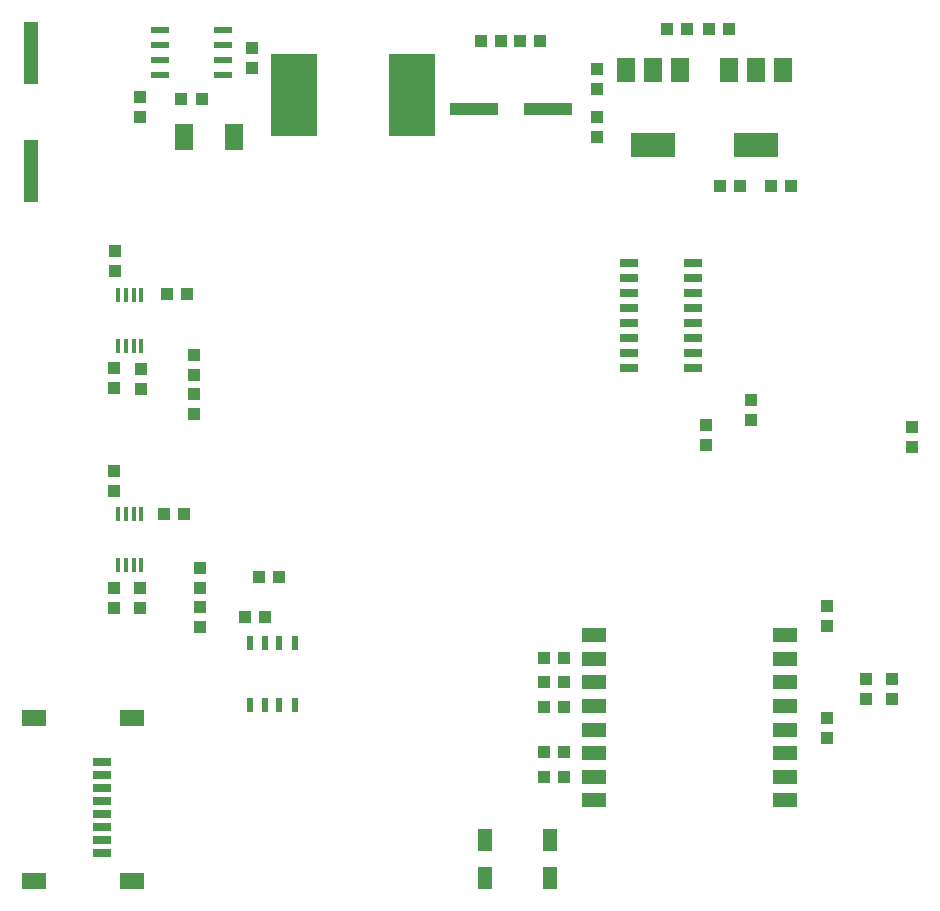
<source format=gtp>
G75*
%MOIN*%
%OFA0B0*%
%FSLAX25Y25*%
%IPPOS*%
%LPD*%
%AMOC8*
5,1,8,0,0,1.08239X$1,22.5*
%
%ADD10R,0.01575X0.04724*%
%ADD11R,0.03937X0.04331*%
%ADD12R,0.04331X0.03937*%
%ADD13R,0.05900X0.07900*%
%ADD14R,0.15000X0.07900*%
%ADD15R,0.16000X0.04300*%
%ADD16R,0.07874X0.04724*%
%ADD17R,0.04700X0.21100*%
%ADD18R,0.06000X0.02500*%
%ADD19R,0.05118X0.07480*%
%ADD20R,0.02362X0.05118*%
%ADD21R,0.07874X0.05709*%
%ADD22R,0.05906X0.03150*%
%ADD23R,0.06300X0.02100*%
%ADD24R,0.06378X0.08583*%
%ADD25R,0.15748X0.27559*%
D10*
X0142416Y0169114D03*
X0144975Y0169114D03*
X0147534Y0169114D03*
X0150093Y0169114D03*
X0150093Y0186096D03*
X0147534Y0186096D03*
X0144975Y0186096D03*
X0142416Y0186096D03*
X0142409Y0242107D03*
X0144968Y0242107D03*
X0147528Y0242107D03*
X0150087Y0242107D03*
X0150087Y0259089D03*
X0147528Y0259089D03*
X0144968Y0259089D03*
X0142409Y0259089D03*
D11*
X0141299Y0267098D03*
X0141299Y0273791D03*
X0158821Y0259185D03*
X0165514Y0259185D03*
X0150098Y0234480D03*
X0150098Y0227787D03*
X0141133Y0227841D03*
X0141133Y0234534D03*
X0141127Y0200378D03*
X0141127Y0193685D03*
X0157800Y0186064D03*
X0164493Y0186064D03*
X0189215Y0165122D03*
X0195908Y0165122D03*
X0149627Y0161378D03*
X0149627Y0154685D03*
X0141108Y0154675D03*
X0141108Y0161368D03*
X0284205Y0138054D03*
X0290898Y0138054D03*
X0290931Y0129976D03*
X0284239Y0129976D03*
X0284250Y0121606D03*
X0290943Y0121606D03*
X0291020Y0106823D03*
X0284327Y0106823D03*
X0284237Y0098334D03*
X0290929Y0098334D03*
X0378710Y0148620D03*
X0378710Y0155313D03*
X0391827Y0130878D03*
X0391827Y0124185D03*
X0407110Y0208199D03*
X0407110Y0214892D03*
X0301880Y0311744D03*
X0301880Y0318437D03*
X0301952Y0327738D03*
X0301952Y0334431D03*
X0283173Y0343531D03*
X0276480Y0343531D03*
X0270173Y0343531D03*
X0263480Y0343531D03*
X0187074Y0341253D03*
X0187074Y0334560D03*
X0149771Y0325080D03*
X0149771Y0318388D03*
D12*
X0163517Y0324219D03*
X0170210Y0324219D03*
X0167827Y0238878D03*
X0167827Y0232185D03*
X0167827Y0225878D03*
X0167827Y0219185D03*
X0169827Y0167878D03*
X0169827Y0161185D03*
X0169827Y0154878D03*
X0169827Y0148185D03*
X0184783Y0151633D03*
X0191476Y0151633D03*
X0338477Y0208928D03*
X0338477Y0215621D03*
X0353288Y0217447D03*
X0353288Y0224140D03*
X0349709Y0295481D03*
X0343016Y0295481D03*
X0360110Y0295403D03*
X0366802Y0295403D03*
X0345986Y0347545D03*
X0339293Y0347545D03*
X0332173Y0347531D03*
X0325480Y0347531D03*
X0400228Y0130869D03*
X0400228Y0124176D03*
X0378827Y0117878D03*
X0378827Y0111185D03*
D13*
X0364038Y0333931D03*
X0355038Y0333931D03*
X0346038Y0333931D03*
X0329685Y0333954D03*
X0320685Y0333954D03*
X0311685Y0333954D03*
D14*
X0320785Y0309154D03*
X0355138Y0309131D03*
D15*
X0285627Y0320931D03*
X0261027Y0320931D03*
D16*
X0301047Y0145657D03*
X0301047Y0137783D03*
X0301047Y0129909D03*
X0301047Y0122035D03*
X0301047Y0114161D03*
X0301047Y0106287D03*
X0301047Y0098413D03*
X0301047Y0090539D03*
X0364827Y0090539D03*
X0364827Y0098413D03*
X0364827Y0106287D03*
X0364827Y0114161D03*
X0364827Y0122035D03*
X0364827Y0129909D03*
X0364827Y0137783D03*
X0364827Y0145657D03*
D17*
X0113426Y0300496D03*
X0113426Y0339696D03*
D18*
X0312681Y0269740D03*
X0312681Y0264740D03*
X0312681Y0259740D03*
X0312681Y0254740D03*
X0312681Y0249740D03*
X0312681Y0244740D03*
X0312681Y0239740D03*
X0312681Y0234740D03*
X0333902Y0234740D03*
X0333902Y0239740D03*
X0333902Y0244740D03*
X0333902Y0249740D03*
X0333902Y0254740D03*
X0333902Y0259740D03*
X0333902Y0264740D03*
X0333902Y0269740D03*
D19*
X0286231Y0077262D03*
X0286231Y0064664D03*
X0264577Y0064664D03*
X0264577Y0077262D03*
D20*
X0201307Y0122295D03*
X0196189Y0122295D03*
X0191465Y0122295D03*
X0186346Y0122295D03*
X0186346Y0143161D03*
X0191465Y0143161D03*
X0196189Y0143161D03*
X0201307Y0143161D03*
D21*
X0114432Y0063756D03*
X0147109Y0063756D03*
X0147109Y0117889D03*
X0114432Y0117889D03*
D22*
X0136873Y0103441D03*
X0136873Y0099110D03*
X0136873Y0094779D03*
X0136873Y0090448D03*
X0136873Y0086118D03*
X0136873Y0081787D03*
X0136873Y0077456D03*
X0136873Y0073126D03*
D23*
X0156383Y0332449D03*
X0156383Y0337449D03*
X0156383Y0342449D03*
X0156383Y0347449D03*
X0177283Y0347449D03*
X0177283Y0342449D03*
X0177283Y0337449D03*
X0177283Y0332449D03*
D24*
X0181099Y0311743D03*
X0164485Y0311743D03*
D25*
X0201142Y0325531D03*
X0240512Y0325531D03*
M02*

</source>
